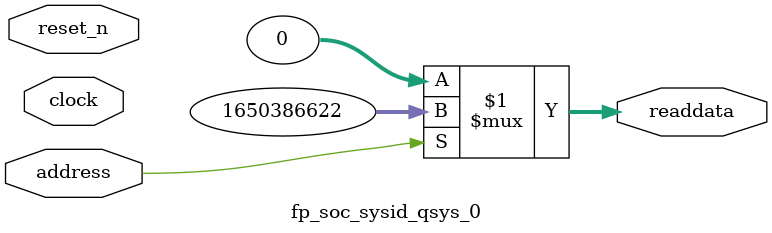
<source format=v>



// synthesis translate_off
`timescale 1ns / 1ps
// synthesis translate_on

// turn off superfluous verilog processor warnings 
// altera message_level Level1 
// altera message_off 10034 10035 10036 10037 10230 10240 10030 

module fp_soc_sysid_qsys_0 (
               // inputs:
                address,
                clock,
                reset_n,

               // outputs:
                readdata
             )
;

  output  [ 31: 0] readdata;
  input            address;
  input            clock;
  input            reset_n;

  wire    [ 31: 0] readdata;
  //control_slave, which is an e_avalon_slave
  assign readdata = address ? 1650386622 : 0;

endmodule



</source>
